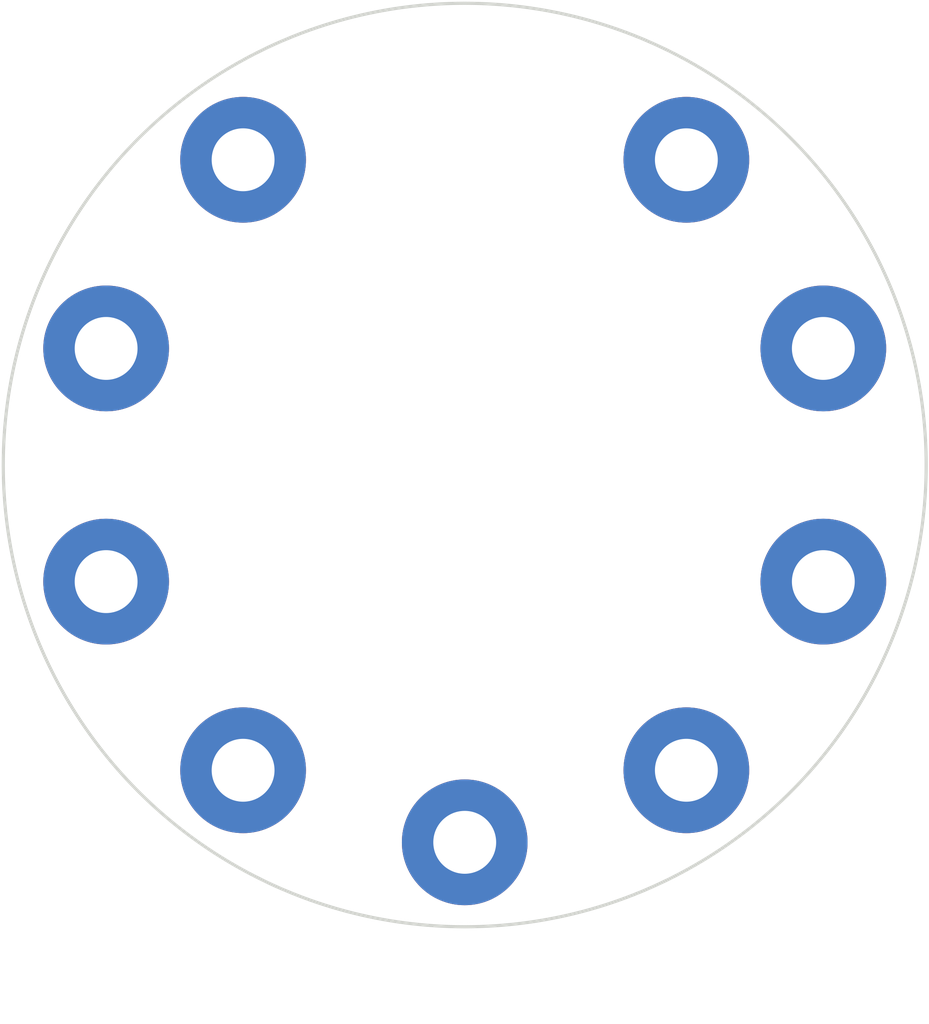
<source format=kicad_pcb>
(kicad_pcb (version 20221018) (generator pcbnew)
  (layers (0 "F.Cu" signal) (31 "B.Cu" signal) (34 "B.Paste" user) (35 "F.Paste" user) (36 "B.SilkS" user "B.Silkscreen") (37 "F.SilkS" user "F.Silkscreen") (38 "B.Mask" user) (39 "F.Mask" user) (44 "Edge.Cuts" user))
  (net 0 "")
  (net 1 "Net-(J1-Pad1)")
  (net 2 "Net-(J1-Pad2)")
  (net 3 "Net-(J1-Pad3)")
  (net 4 "Net-(J1-Pad4)")
  (net 5 "Net-(J1-Pad5)")
  (net 6 "Net-(J1-Pad6)")
  (net 7 "Net-(J1-Pad7)")
  (net 8 "Net-(J1-Pad8)")
  (net 9 "Net-(J1-Pad9)")
  (footprint "myDevices:NovalTestAdapterPins" (layer "F.Cu") (at 135.6 84.8)
    (fp_text reference "J1" hide)
    (fp_text value "Conn_01x09")
    (pad "1" thru_hole oval (at -3.526711 -4.854101) (size 2 2) (drill 1) (layers "*.Cu" "*.Mask") (net 1 "Net-(J1-Pad1)"))
    (pad "2" thru_hole oval (at -5.706339 -1.854101) (size 2 2) (drill 1) (layers "*.Cu" "*.Mask") (net 2 "Net-(J1-Pad2)"))
    (pad "3" thru_hole oval (at -5.706339 1.854101) (size 2 2) (drill 1) (layers "*.Cu" "*.Mask") (net 3 "Net-(J1-Pad3)"))
    (pad "4" thru_hole oval (at -3.526711 4.854101) (size 2 2) (drill 1) (layers "*.Cu" "*.Mask") (net 4 "Net-(J1-Pad4)"))
    (pad "5" thru_hole oval (at 0 6) (size 2 2) (drill 1) (layers "*.Cu" "*.Mask") (net 5 "Net-(J1-Pad5)"))
    (pad "6" thru_hole oval (at 3.526711 4.854101) (size 2 2) (drill 1) (layers "*.Cu" "*.Mask") (net 6 "Net-(J1-Pad6)"))
    (pad "7" thru_hole oval (at 5.706339 1.854101) (size 2 2) (drill 1) (layers "*.Cu" "*.Mask") (net 7 "Net-(J1-Pad7)"))
    (pad "8" thru_hole oval (at 5.706339 -1.854101) (size 2 2) (drill 1) (layers "*.Cu" "*.Mask") (net 8 "Net-(J1-Pad8)"))
    (pad "9" thru_hole oval (at 3.526711 -4.854101) (size 2 2) (drill 1) (layers "*.Cu" "*.Mask") (net 9 "Net-(J1-Pad9)"))
  )
  (gr_circle (center 135.6 84.8) (end 142 88.4) (stroke (width 0.05)) (fill none) (layer "Edge.Cuts"))
)
</source>
